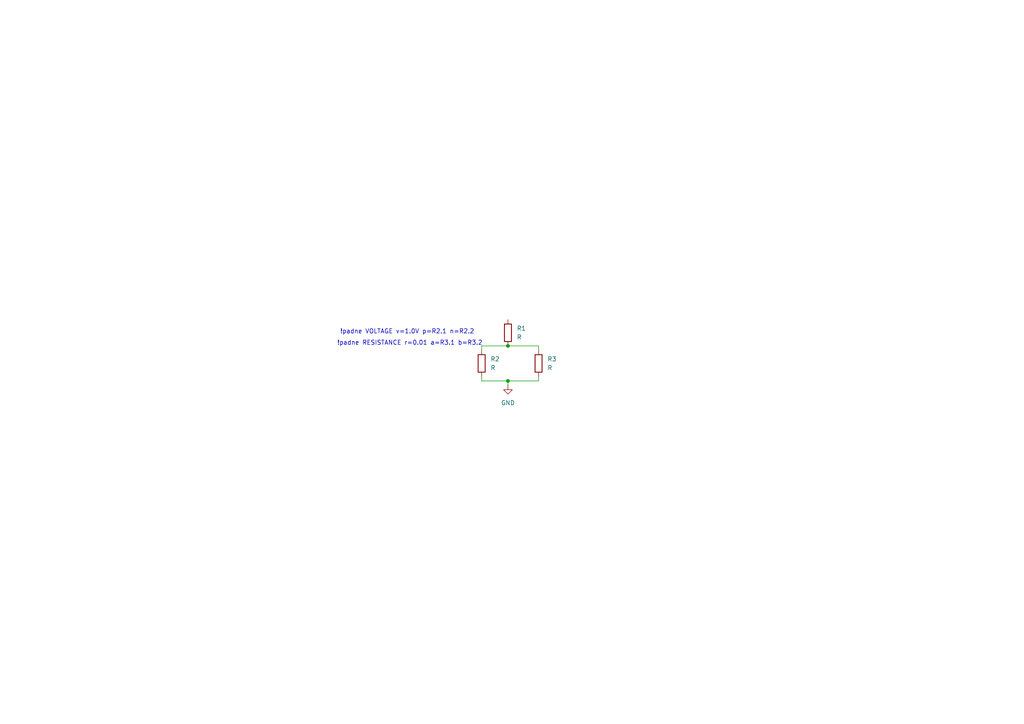
<source format=kicad_sch>
(kicad_sch (version 20231120) (generator "eeschema") (generator_version "8.0")
  (paper "A4")
  (lib_symbols
    (symbol "Device:R" (pin_numbers hide) (pin_names (offset 0))
      (property "Reference" "R" (at 2.032 0 90))
      (property "Value" "R" (at 0 0 90))
      (symbol "R_0_1"
        (rectangle (start -1.016 -2.54) (end 1.016 2.54) (stroke (width 0.254)))
      )
      (symbol "R_1_1"
        (pin passive line (at 0 3.81 270) (length 1.27) (name "~") (number "1"))
        (pin passive line (at 0 -3.81 90) (length 1.27) (name "~") (number "2"))
      )
    )
    (symbol "power:GND" (power) (pin_numbers hide) (pin_names (offset 0) hide)
      (property "Value" "GND" (at 0 -3.81 0))
      (symbol "GND_0_1"
        (polyline (pts (xy 0 0) (xy 0 -1.27) (xy 1.27 -1.27) (xy 0 -2.54) (xy -1.27 -1.27) (xy 0 -1.27)))
      )
      (symbol "GND_1_1"
        (pin power_in line (at 0 0 270) (length 0) (name "~") (number "1"))
      )
    )
  )
  (junction (at 147.32 100.33))
  (junction (at 147.32 110.49))
  (wire (pts (xy 156.21 100.33) (xy 156.21 101.6)))
  (wire (pts (xy 139.7 110.49) (xy 147.32 110.49)))
  (wire (pts (xy 139.7 110.49) (xy 139.7 109.22)))
  (wire (pts (xy 156.21 110.49) (xy 156.21 109.22)))
  (wire (pts (xy 147.32 110.49) (xy 147.32 111.76)))
  (wire (pts (xy 147.32 100.33) (xy 156.21 100.33)))
  (wire (pts (xy 139.7 100.33) (xy 147.32 100.33)))
  (wire (pts (xy 147.32 110.49) (xy 156.21 110.49)))
  (wire (pts (xy 139.7 101.6) (xy 139.7 100.33)))
  (text "!padne VOLTAGE v=1.0V p=R2.1 n=R2.2" (at 118.11 96.266 0) (effects (font (size 1.27 1.27))))
  (text "!padne RESISTANCE r=0.01 a=R3.1 b=R3.2" (at 118.872 99.568 0) (effects (font (size 1.27 1.27))))
  (symbol (lib_id "Device:R") (at 139.7 105.41 0) (unit 1)
    (property "Reference" "R2" (at 142.24 104.1399 0) (effects (justify left)))
    (property "Value" "R" (at 142.24 106.6799 0) (effects (justify left)))
    (property "Footprint" "Resistor_SMD:R_0603_1608Metric" (effects (hide yes)))
    (property "Description" "Resistor" (effects (hide yes)))
  )
  (symbol (lib_id "Device:R") (at 156.21 105.41 0) (unit 1)
    (property "Reference" "R3" (at 158.75 104.1399 0) (effects (justify left)))
    (property "Value" "R" (at 158.75 106.6799 0) (effects (justify left)))
    (property "Footprint" "Resistor_SMD:R_0603_1608Metric" (effects (hide yes)))
    (property "Description" "Resistor" (effects (hide yes)))
  )
  (symbol (lib_id "Device:R") (at 147.32 96.52 0) (unit 1)
    (property "Reference" "R1" (at 149.86 95.2499 0) (effects (justify left)))
    (property "Value" "R" (at 149.86 97.7899 0) (effects (justify left)))
    (property "Footprint" "Resistor_SMD:R_0603_1608Metric" (effects (hide yes)))
    (property "Description" "Resistor" (effects (hide yes)))
  )
  (symbol (lib_id "power:GND") (at 147.32 111.76 0) (unit 1)
    (property "Reference" "#PWR01" (effects (hide yes)))
    (property "Value" "GND" (at 147.32 116.84 0))
    (property "Description" "Power symbol creates a global label with name \"GND\" , ground" (effects (hide yes)))
  )
)
</source>
